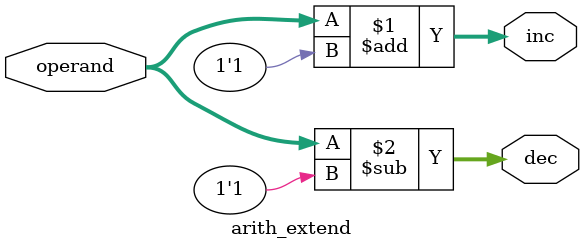
<source format=sv>
module arith_extend (
    input [3:0] operand,
    output [4:0] inc,
    output [4:0] dec
);
    assign inc = operand + 1'b1;
    assign dec = operand - 1'b1;
endmodule


</source>
